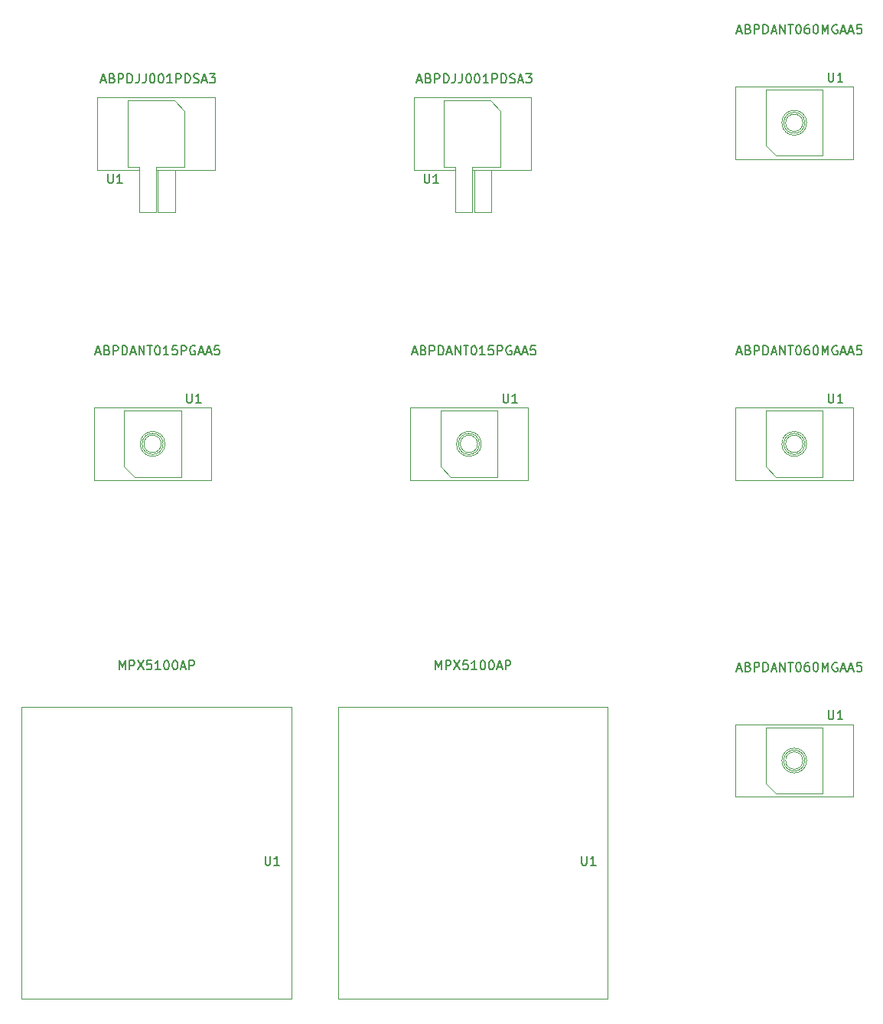
<source format=gbr>
G04 #@! TF.GenerationSoftware,KiCad,Pcbnew,5.1.5-52549c5~86~ubuntu16.04.1*
G04 #@! TF.CreationDate,2020-08-05T12:56:56-05:00*
G04 #@! TF.ProjectId,pressure_sensors,70726573-7375-4726-955f-73656e736f72,rev?*
G04 #@! TF.SameCoordinates,Original*
G04 #@! TF.FileFunction,Legend,Top*
G04 #@! TF.FilePolarity,Positive*
%FSLAX46Y46*%
G04 Gerber Fmt 4.6, Leading zero omitted, Abs format (unit mm)*
G04 Created by KiCad (PCBNEW 5.1.5-52549c5~86~ubuntu16.04.1) date 2020-08-05 12:56:56*
%MOMM*%
%LPD*%
G04 APERTURE LIST*
%ADD10C,0.150000*%
%ADD11C,0.120000*%
G04 APERTURE END LIST*
D10*
X183320476Y-50256666D02*
X183796666Y-50256666D01*
X183225238Y-50542380D02*
X183558571Y-49542380D01*
X183891904Y-50542380D01*
X184558571Y-50018571D02*
X184701428Y-50066190D01*
X184749047Y-50113809D01*
X184796666Y-50209047D01*
X184796666Y-50351904D01*
X184749047Y-50447142D01*
X184701428Y-50494761D01*
X184606190Y-50542380D01*
X184225238Y-50542380D01*
X184225238Y-49542380D01*
X184558571Y-49542380D01*
X184653809Y-49590000D01*
X184701428Y-49637619D01*
X184749047Y-49732857D01*
X184749047Y-49828095D01*
X184701428Y-49923333D01*
X184653809Y-49970952D01*
X184558571Y-50018571D01*
X184225238Y-50018571D01*
X185225238Y-50542380D02*
X185225238Y-49542380D01*
X185606190Y-49542380D01*
X185701428Y-49590000D01*
X185749047Y-49637619D01*
X185796666Y-49732857D01*
X185796666Y-49875714D01*
X185749047Y-49970952D01*
X185701428Y-50018571D01*
X185606190Y-50066190D01*
X185225238Y-50066190D01*
X186225238Y-50542380D02*
X186225238Y-49542380D01*
X186463333Y-49542380D01*
X186606190Y-49590000D01*
X186701428Y-49685238D01*
X186749047Y-49780476D01*
X186796666Y-49970952D01*
X186796666Y-50113809D01*
X186749047Y-50304285D01*
X186701428Y-50399523D01*
X186606190Y-50494761D01*
X186463333Y-50542380D01*
X186225238Y-50542380D01*
X187510952Y-49542380D02*
X187510952Y-50256666D01*
X187463333Y-50399523D01*
X187368095Y-50494761D01*
X187225238Y-50542380D01*
X187130000Y-50542380D01*
X188272857Y-49542380D02*
X188272857Y-50256666D01*
X188225238Y-50399523D01*
X188130000Y-50494761D01*
X187987142Y-50542380D01*
X187891904Y-50542380D01*
X188939523Y-49542380D02*
X189034761Y-49542380D01*
X189130000Y-49590000D01*
X189177619Y-49637619D01*
X189225238Y-49732857D01*
X189272857Y-49923333D01*
X189272857Y-50161428D01*
X189225238Y-50351904D01*
X189177619Y-50447142D01*
X189130000Y-50494761D01*
X189034761Y-50542380D01*
X188939523Y-50542380D01*
X188844285Y-50494761D01*
X188796666Y-50447142D01*
X188749047Y-50351904D01*
X188701428Y-50161428D01*
X188701428Y-49923333D01*
X188749047Y-49732857D01*
X188796666Y-49637619D01*
X188844285Y-49590000D01*
X188939523Y-49542380D01*
X189891904Y-49542380D02*
X189987142Y-49542380D01*
X190082380Y-49590000D01*
X190130000Y-49637619D01*
X190177619Y-49732857D01*
X190225238Y-49923333D01*
X190225238Y-50161428D01*
X190177619Y-50351904D01*
X190130000Y-50447142D01*
X190082380Y-50494761D01*
X189987142Y-50542380D01*
X189891904Y-50542380D01*
X189796666Y-50494761D01*
X189749047Y-50447142D01*
X189701428Y-50351904D01*
X189653809Y-50161428D01*
X189653809Y-49923333D01*
X189701428Y-49732857D01*
X189749047Y-49637619D01*
X189796666Y-49590000D01*
X189891904Y-49542380D01*
X191177619Y-50542380D02*
X190606190Y-50542380D01*
X190891904Y-50542380D02*
X190891904Y-49542380D01*
X190796666Y-49685238D01*
X190701428Y-49780476D01*
X190606190Y-49828095D01*
X191606190Y-50542380D02*
X191606190Y-49542380D01*
X191987142Y-49542380D01*
X192082380Y-49590000D01*
X192130000Y-49637619D01*
X192177619Y-49732857D01*
X192177619Y-49875714D01*
X192130000Y-49970952D01*
X192082380Y-50018571D01*
X191987142Y-50066190D01*
X191606190Y-50066190D01*
X192606190Y-50542380D02*
X192606190Y-49542380D01*
X192844285Y-49542380D01*
X192987142Y-49590000D01*
X193082380Y-49685238D01*
X193130000Y-49780476D01*
X193177619Y-49970952D01*
X193177619Y-50113809D01*
X193130000Y-50304285D01*
X193082380Y-50399523D01*
X192987142Y-50494761D01*
X192844285Y-50542380D01*
X192606190Y-50542380D01*
X193558571Y-50494761D02*
X193701428Y-50542380D01*
X193939523Y-50542380D01*
X194034761Y-50494761D01*
X194082380Y-50447142D01*
X194130000Y-50351904D01*
X194130000Y-50256666D01*
X194082380Y-50161428D01*
X194034761Y-50113809D01*
X193939523Y-50066190D01*
X193749047Y-50018571D01*
X193653809Y-49970952D01*
X193606190Y-49923333D01*
X193558571Y-49828095D01*
X193558571Y-49732857D01*
X193606190Y-49637619D01*
X193653809Y-49590000D01*
X193749047Y-49542380D01*
X193987142Y-49542380D01*
X194130000Y-49590000D01*
X194510952Y-50256666D02*
X194987142Y-50256666D01*
X194415714Y-50542380D02*
X194749047Y-49542380D01*
X195082380Y-50542380D01*
X195320476Y-49542380D02*
X195939523Y-49542380D01*
X195606190Y-49923333D01*
X195749047Y-49923333D01*
X195844285Y-49970952D01*
X195891904Y-50018571D01*
X195939523Y-50113809D01*
X195939523Y-50351904D01*
X195891904Y-50447142D01*
X195844285Y-50494761D01*
X195749047Y-50542380D01*
X195463333Y-50542380D01*
X195368095Y-50494761D01*
X195320476Y-50447142D01*
X182756666Y-80316666D02*
X183232857Y-80316666D01*
X182661428Y-80602380D02*
X182994761Y-79602380D01*
X183328095Y-80602380D01*
X183994761Y-80078571D02*
X184137619Y-80126190D01*
X184185238Y-80173809D01*
X184232857Y-80269047D01*
X184232857Y-80411904D01*
X184185238Y-80507142D01*
X184137619Y-80554761D01*
X184042380Y-80602380D01*
X183661428Y-80602380D01*
X183661428Y-79602380D01*
X183994761Y-79602380D01*
X184090000Y-79650000D01*
X184137619Y-79697619D01*
X184185238Y-79792857D01*
X184185238Y-79888095D01*
X184137619Y-79983333D01*
X184090000Y-80030952D01*
X183994761Y-80078571D01*
X183661428Y-80078571D01*
X184661428Y-80602380D02*
X184661428Y-79602380D01*
X185042380Y-79602380D01*
X185137619Y-79650000D01*
X185185238Y-79697619D01*
X185232857Y-79792857D01*
X185232857Y-79935714D01*
X185185238Y-80030952D01*
X185137619Y-80078571D01*
X185042380Y-80126190D01*
X184661428Y-80126190D01*
X185661428Y-80602380D02*
X185661428Y-79602380D01*
X185899523Y-79602380D01*
X186042380Y-79650000D01*
X186137619Y-79745238D01*
X186185238Y-79840476D01*
X186232857Y-80030952D01*
X186232857Y-80173809D01*
X186185238Y-80364285D01*
X186137619Y-80459523D01*
X186042380Y-80554761D01*
X185899523Y-80602380D01*
X185661428Y-80602380D01*
X186613809Y-80316666D02*
X187090000Y-80316666D01*
X186518571Y-80602380D02*
X186851904Y-79602380D01*
X187185238Y-80602380D01*
X187518571Y-80602380D02*
X187518571Y-79602380D01*
X188090000Y-80602380D01*
X188090000Y-79602380D01*
X188423333Y-79602380D02*
X188994761Y-79602380D01*
X188709047Y-80602380D02*
X188709047Y-79602380D01*
X189518571Y-79602380D02*
X189613809Y-79602380D01*
X189709047Y-79650000D01*
X189756666Y-79697619D01*
X189804285Y-79792857D01*
X189851904Y-79983333D01*
X189851904Y-80221428D01*
X189804285Y-80411904D01*
X189756666Y-80507142D01*
X189709047Y-80554761D01*
X189613809Y-80602380D01*
X189518571Y-80602380D01*
X189423333Y-80554761D01*
X189375714Y-80507142D01*
X189328095Y-80411904D01*
X189280476Y-80221428D01*
X189280476Y-79983333D01*
X189328095Y-79792857D01*
X189375714Y-79697619D01*
X189423333Y-79650000D01*
X189518571Y-79602380D01*
X190804285Y-80602380D02*
X190232857Y-80602380D01*
X190518571Y-80602380D02*
X190518571Y-79602380D01*
X190423333Y-79745238D01*
X190328095Y-79840476D01*
X190232857Y-79888095D01*
X191709047Y-79602380D02*
X191232857Y-79602380D01*
X191185238Y-80078571D01*
X191232857Y-80030952D01*
X191328095Y-79983333D01*
X191566190Y-79983333D01*
X191661428Y-80030952D01*
X191709047Y-80078571D01*
X191756666Y-80173809D01*
X191756666Y-80411904D01*
X191709047Y-80507142D01*
X191661428Y-80554761D01*
X191566190Y-80602380D01*
X191328095Y-80602380D01*
X191232857Y-80554761D01*
X191185238Y-80507142D01*
X192185238Y-80602380D02*
X192185238Y-79602380D01*
X192566190Y-79602380D01*
X192661428Y-79650000D01*
X192709047Y-79697619D01*
X192756666Y-79792857D01*
X192756666Y-79935714D01*
X192709047Y-80030952D01*
X192661428Y-80078571D01*
X192566190Y-80126190D01*
X192185238Y-80126190D01*
X193709047Y-79650000D02*
X193613809Y-79602380D01*
X193470952Y-79602380D01*
X193328095Y-79650000D01*
X193232857Y-79745238D01*
X193185238Y-79840476D01*
X193137619Y-80030952D01*
X193137619Y-80173809D01*
X193185238Y-80364285D01*
X193232857Y-80459523D01*
X193328095Y-80554761D01*
X193470952Y-80602380D01*
X193566190Y-80602380D01*
X193709047Y-80554761D01*
X193756666Y-80507142D01*
X193756666Y-80173809D01*
X193566190Y-80173809D01*
X194137619Y-80316666D02*
X194613809Y-80316666D01*
X194042380Y-80602380D02*
X194375714Y-79602380D01*
X194709047Y-80602380D01*
X194994761Y-80316666D02*
X195470952Y-80316666D01*
X194899523Y-80602380D02*
X195232857Y-79602380D01*
X195566190Y-80602380D01*
X196375714Y-79602380D02*
X195899523Y-79602380D01*
X195851904Y-80078571D01*
X195899523Y-80030952D01*
X195994761Y-79983333D01*
X196232857Y-79983333D01*
X196328095Y-80030952D01*
X196375714Y-80078571D01*
X196423333Y-80173809D01*
X196423333Y-80411904D01*
X196375714Y-80507142D01*
X196328095Y-80554761D01*
X196232857Y-80602380D01*
X195994761Y-80602380D01*
X195899523Y-80554761D01*
X195851904Y-80507142D01*
X218685238Y-44816666D02*
X219161428Y-44816666D01*
X218590000Y-45102380D02*
X218923333Y-44102380D01*
X219256666Y-45102380D01*
X219923333Y-44578571D02*
X220066190Y-44626190D01*
X220113809Y-44673809D01*
X220161428Y-44769047D01*
X220161428Y-44911904D01*
X220113809Y-45007142D01*
X220066190Y-45054761D01*
X219970952Y-45102380D01*
X219590000Y-45102380D01*
X219590000Y-44102380D01*
X219923333Y-44102380D01*
X220018571Y-44150000D01*
X220066190Y-44197619D01*
X220113809Y-44292857D01*
X220113809Y-44388095D01*
X220066190Y-44483333D01*
X220018571Y-44530952D01*
X219923333Y-44578571D01*
X219590000Y-44578571D01*
X220590000Y-45102380D02*
X220590000Y-44102380D01*
X220970952Y-44102380D01*
X221066190Y-44150000D01*
X221113809Y-44197619D01*
X221161428Y-44292857D01*
X221161428Y-44435714D01*
X221113809Y-44530952D01*
X221066190Y-44578571D01*
X220970952Y-44626190D01*
X220590000Y-44626190D01*
X221590000Y-45102380D02*
X221590000Y-44102380D01*
X221828095Y-44102380D01*
X221970952Y-44150000D01*
X222066190Y-44245238D01*
X222113809Y-44340476D01*
X222161428Y-44530952D01*
X222161428Y-44673809D01*
X222113809Y-44864285D01*
X222066190Y-44959523D01*
X221970952Y-45054761D01*
X221828095Y-45102380D01*
X221590000Y-45102380D01*
X222542380Y-44816666D02*
X223018571Y-44816666D01*
X222447142Y-45102380D02*
X222780476Y-44102380D01*
X223113809Y-45102380D01*
X223447142Y-45102380D02*
X223447142Y-44102380D01*
X224018571Y-45102380D01*
X224018571Y-44102380D01*
X224351904Y-44102380D02*
X224923333Y-44102380D01*
X224637619Y-45102380D02*
X224637619Y-44102380D01*
X225447142Y-44102380D02*
X225542380Y-44102380D01*
X225637619Y-44150000D01*
X225685238Y-44197619D01*
X225732857Y-44292857D01*
X225780476Y-44483333D01*
X225780476Y-44721428D01*
X225732857Y-44911904D01*
X225685238Y-45007142D01*
X225637619Y-45054761D01*
X225542380Y-45102380D01*
X225447142Y-45102380D01*
X225351904Y-45054761D01*
X225304285Y-45007142D01*
X225256666Y-44911904D01*
X225209047Y-44721428D01*
X225209047Y-44483333D01*
X225256666Y-44292857D01*
X225304285Y-44197619D01*
X225351904Y-44150000D01*
X225447142Y-44102380D01*
X226637619Y-44102380D02*
X226447142Y-44102380D01*
X226351904Y-44150000D01*
X226304285Y-44197619D01*
X226209047Y-44340476D01*
X226161428Y-44530952D01*
X226161428Y-44911904D01*
X226209047Y-45007142D01*
X226256666Y-45054761D01*
X226351904Y-45102380D01*
X226542380Y-45102380D01*
X226637619Y-45054761D01*
X226685238Y-45007142D01*
X226732857Y-44911904D01*
X226732857Y-44673809D01*
X226685238Y-44578571D01*
X226637619Y-44530952D01*
X226542380Y-44483333D01*
X226351904Y-44483333D01*
X226256666Y-44530952D01*
X226209047Y-44578571D01*
X226161428Y-44673809D01*
X227351904Y-44102380D02*
X227447142Y-44102380D01*
X227542380Y-44150000D01*
X227590000Y-44197619D01*
X227637619Y-44292857D01*
X227685238Y-44483333D01*
X227685238Y-44721428D01*
X227637619Y-44911904D01*
X227590000Y-45007142D01*
X227542380Y-45054761D01*
X227447142Y-45102380D01*
X227351904Y-45102380D01*
X227256666Y-45054761D01*
X227209047Y-45007142D01*
X227161428Y-44911904D01*
X227113809Y-44721428D01*
X227113809Y-44483333D01*
X227161428Y-44292857D01*
X227209047Y-44197619D01*
X227256666Y-44150000D01*
X227351904Y-44102380D01*
X228113809Y-45102380D02*
X228113809Y-44102380D01*
X228447142Y-44816666D01*
X228780476Y-44102380D01*
X228780476Y-45102380D01*
X229780476Y-44150000D02*
X229685238Y-44102380D01*
X229542380Y-44102380D01*
X229399523Y-44150000D01*
X229304285Y-44245238D01*
X229256666Y-44340476D01*
X229209047Y-44530952D01*
X229209047Y-44673809D01*
X229256666Y-44864285D01*
X229304285Y-44959523D01*
X229399523Y-45054761D01*
X229542380Y-45102380D01*
X229637619Y-45102380D01*
X229780476Y-45054761D01*
X229828095Y-45007142D01*
X229828095Y-44673809D01*
X229637619Y-44673809D01*
X230209047Y-44816666D02*
X230685238Y-44816666D01*
X230113809Y-45102380D02*
X230447142Y-44102380D01*
X230780476Y-45102380D01*
X231066190Y-44816666D02*
X231542380Y-44816666D01*
X230970952Y-45102380D02*
X231304285Y-44102380D01*
X231637619Y-45102380D01*
X232447142Y-44102380D02*
X231970952Y-44102380D01*
X231923333Y-44578571D01*
X231970952Y-44530952D01*
X232066190Y-44483333D01*
X232304285Y-44483333D01*
X232399523Y-44530952D01*
X232447142Y-44578571D01*
X232494761Y-44673809D01*
X232494761Y-44911904D01*
X232447142Y-45007142D01*
X232399523Y-45054761D01*
X232304285Y-45102380D01*
X232066190Y-45102380D01*
X231970952Y-45054761D01*
X231923333Y-45007142D01*
X218685238Y-80316666D02*
X219161428Y-80316666D01*
X218590000Y-80602380D02*
X218923333Y-79602380D01*
X219256666Y-80602380D01*
X219923333Y-80078571D02*
X220066190Y-80126190D01*
X220113809Y-80173809D01*
X220161428Y-80269047D01*
X220161428Y-80411904D01*
X220113809Y-80507142D01*
X220066190Y-80554761D01*
X219970952Y-80602380D01*
X219590000Y-80602380D01*
X219590000Y-79602380D01*
X219923333Y-79602380D01*
X220018571Y-79650000D01*
X220066190Y-79697619D01*
X220113809Y-79792857D01*
X220113809Y-79888095D01*
X220066190Y-79983333D01*
X220018571Y-80030952D01*
X219923333Y-80078571D01*
X219590000Y-80078571D01*
X220590000Y-80602380D02*
X220590000Y-79602380D01*
X220970952Y-79602380D01*
X221066190Y-79650000D01*
X221113809Y-79697619D01*
X221161428Y-79792857D01*
X221161428Y-79935714D01*
X221113809Y-80030952D01*
X221066190Y-80078571D01*
X220970952Y-80126190D01*
X220590000Y-80126190D01*
X221590000Y-80602380D02*
X221590000Y-79602380D01*
X221828095Y-79602380D01*
X221970952Y-79650000D01*
X222066190Y-79745238D01*
X222113809Y-79840476D01*
X222161428Y-80030952D01*
X222161428Y-80173809D01*
X222113809Y-80364285D01*
X222066190Y-80459523D01*
X221970952Y-80554761D01*
X221828095Y-80602380D01*
X221590000Y-80602380D01*
X222542380Y-80316666D02*
X223018571Y-80316666D01*
X222447142Y-80602380D02*
X222780476Y-79602380D01*
X223113809Y-80602380D01*
X223447142Y-80602380D02*
X223447142Y-79602380D01*
X224018571Y-80602380D01*
X224018571Y-79602380D01*
X224351904Y-79602380D02*
X224923333Y-79602380D01*
X224637619Y-80602380D02*
X224637619Y-79602380D01*
X225447142Y-79602380D02*
X225542380Y-79602380D01*
X225637619Y-79650000D01*
X225685238Y-79697619D01*
X225732857Y-79792857D01*
X225780476Y-79983333D01*
X225780476Y-80221428D01*
X225732857Y-80411904D01*
X225685238Y-80507142D01*
X225637619Y-80554761D01*
X225542380Y-80602380D01*
X225447142Y-80602380D01*
X225351904Y-80554761D01*
X225304285Y-80507142D01*
X225256666Y-80411904D01*
X225209047Y-80221428D01*
X225209047Y-79983333D01*
X225256666Y-79792857D01*
X225304285Y-79697619D01*
X225351904Y-79650000D01*
X225447142Y-79602380D01*
X226637619Y-79602380D02*
X226447142Y-79602380D01*
X226351904Y-79650000D01*
X226304285Y-79697619D01*
X226209047Y-79840476D01*
X226161428Y-80030952D01*
X226161428Y-80411904D01*
X226209047Y-80507142D01*
X226256666Y-80554761D01*
X226351904Y-80602380D01*
X226542380Y-80602380D01*
X226637619Y-80554761D01*
X226685238Y-80507142D01*
X226732857Y-80411904D01*
X226732857Y-80173809D01*
X226685238Y-80078571D01*
X226637619Y-80030952D01*
X226542380Y-79983333D01*
X226351904Y-79983333D01*
X226256666Y-80030952D01*
X226209047Y-80078571D01*
X226161428Y-80173809D01*
X227351904Y-79602380D02*
X227447142Y-79602380D01*
X227542380Y-79650000D01*
X227590000Y-79697619D01*
X227637619Y-79792857D01*
X227685238Y-79983333D01*
X227685238Y-80221428D01*
X227637619Y-80411904D01*
X227590000Y-80507142D01*
X227542380Y-80554761D01*
X227447142Y-80602380D01*
X227351904Y-80602380D01*
X227256666Y-80554761D01*
X227209047Y-80507142D01*
X227161428Y-80411904D01*
X227113809Y-80221428D01*
X227113809Y-79983333D01*
X227161428Y-79792857D01*
X227209047Y-79697619D01*
X227256666Y-79650000D01*
X227351904Y-79602380D01*
X228113809Y-80602380D02*
X228113809Y-79602380D01*
X228447142Y-80316666D01*
X228780476Y-79602380D01*
X228780476Y-80602380D01*
X229780476Y-79650000D02*
X229685238Y-79602380D01*
X229542380Y-79602380D01*
X229399523Y-79650000D01*
X229304285Y-79745238D01*
X229256666Y-79840476D01*
X229209047Y-80030952D01*
X229209047Y-80173809D01*
X229256666Y-80364285D01*
X229304285Y-80459523D01*
X229399523Y-80554761D01*
X229542380Y-80602380D01*
X229637619Y-80602380D01*
X229780476Y-80554761D01*
X229828095Y-80507142D01*
X229828095Y-80173809D01*
X229637619Y-80173809D01*
X230209047Y-80316666D02*
X230685238Y-80316666D01*
X230113809Y-80602380D02*
X230447142Y-79602380D01*
X230780476Y-80602380D01*
X231066190Y-80316666D02*
X231542380Y-80316666D01*
X230970952Y-80602380D02*
X231304285Y-79602380D01*
X231637619Y-80602380D01*
X232447142Y-79602380D02*
X231970952Y-79602380D01*
X231923333Y-80078571D01*
X231970952Y-80030952D01*
X232066190Y-79983333D01*
X232304285Y-79983333D01*
X232399523Y-80030952D01*
X232447142Y-80078571D01*
X232494761Y-80173809D01*
X232494761Y-80411904D01*
X232447142Y-80507142D01*
X232399523Y-80554761D01*
X232304285Y-80602380D01*
X232066190Y-80602380D01*
X231970952Y-80554761D01*
X231923333Y-80507142D01*
X185317142Y-115392380D02*
X185317142Y-114392380D01*
X185650476Y-115106666D01*
X185983809Y-114392380D01*
X185983809Y-115392380D01*
X186460000Y-115392380D02*
X186460000Y-114392380D01*
X186840952Y-114392380D01*
X186936190Y-114440000D01*
X186983809Y-114487619D01*
X187031428Y-114582857D01*
X187031428Y-114725714D01*
X186983809Y-114820952D01*
X186936190Y-114868571D01*
X186840952Y-114916190D01*
X186460000Y-114916190D01*
X187364761Y-114392380D02*
X188031428Y-115392380D01*
X188031428Y-114392380D02*
X187364761Y-115392380D01*
X188888571Y-114392380D02*
X188412380Y-114392380D01*
X188364761Y-114868571D01*
X188412380Y-114820952D01*
X188507619Y-114773333D01*
X188745714Y-114773333D01*
X188840952Y-114820952D01*
X188888571Y-114868571D01*
X188936190Y-114963809D01*
X188936190Y-115201904D01*
X188888571Y-115297142D01*
X188840952Y-115344761D01*
X188745714Y-115392380D01*
X188507619Y-115392380D01*
X188412380Y-115344761D01*
X188364761Y-115297142D01*
X189888571Y-115392380D02*
X189317142Y-115392380D01*
X189602857Y-115392380D02*
X189602857Y-114392380D01*
X189507619Y-114535238D01*
X189412380Y-114630476D01*
X189317142Y-114678095D01*
X190507619Y-114392380D02*
X190602857Y-114392380D01*
X190698095Y-114440000D01*
X190745714Y-114487619D01*
X190793333Y-114582857D01*
X190840952Y-114773333D01*
X190840952Y-115011428D01*
X190793333Y-115201904D01*
X190745714Y-115297142D01*
X190698095Y-115344761D01*
X190602857Y-115392380D01*
X190507619Y-115392380D01*
X190412380Y-115344761D01*
X190364761Y-115297142D01*
X190317142Y-115201904D01*
X190269523Y-115011428D01*
X190269523Y-114773333D01*
X190317142Y-114582857D01*
X190364761Y-114487619D01*
X190412380Y-114440000D01*
X190507619Y-114392380D01*
X191460000Y-114392380D02*
X191555238Y-114392380D01*
X191650476Y-114440000D01*
X191698095Y-114487619D01*
X191745714Y-114582857D01*
X191793333Y-114773333D01*
X191793333Y-115011428D01*
X191745714Y-115201904D01*
X191698095Y-115297142D01*
X191650476Y-115344761D01*
X191555238Y-115392380D01*
X191460000Y-115392380D01*
X191364761Y-115344761D01*
X191317142Y-115297142D01*
X191269523Y-115201904D01*
X191221904Y-115011428D01*
X191221904Y-114773333D01*
X191269523Y-114582857D01*
X191317142Y-114487619D01*
X191364761Y-114440000D01*
X191460000Y-114392380D01*
X192174285Y-115106666D02*
X192650476Y-115106666D01*
X192079047Y-115392380D02*
X192412380Y-114392380D01*
X192745714Y-115392380D01*
X193079047Y-115392380D02*
X193079047Y-114392380D01*
X193460000Y-114392380D01*
X193555238Y-114440000D01*
X193602857Y-114487619D01*
X193650476Y-114582857D01*
X193650476Y-114725714D01*
X193602857Y-114820952D01*
X193555238Y-114868571D01*
X193460000Y-114916190D01*
X193079047Y-114916190D01*
X150317142Y-115392380D02*
X150317142Y-114392380D01*
X150650476Y-115106666D01*
X150983809Y-114392380D01*
X150983809Y-115392380D01*
X151460000Y-115392380D02*
X151460000Y-114392380D01*
X151840952Y-114392380D01*
X151936190Y-114440000D01*
X151983809Y-114487619D01*
X152031428Y-114582857D01*
X152031428Y-114725714D01*
X151983809Y-114820952D01*
X151936190Y-114868571D01*
X151840952Y-114916190D01*
X151460000Y-114916190D01*
X152364761Y-114392380D02*
X153031428Y-115392380D01*
X153031428Y-114392380D02*
X152364761Y-115392380D01*
X153888571Y-114392380D02*
X153412380Y-114392380D01*
X153364761Y-114868571D01*
X153412380Y-114820952D01*
X153507619Y-114773333D01*
X153745714Y-114773333D01*
X153840952Y-114820952D01*
X153888571Y-114868571D01*
X153936190Y-114963809D01*
X153936190Y-115201904D01*
X153888571Y-115297142D01*
X153840952Y-115344761D01*
X153745714Y-115392380D01*
X153507619Y-115392380D01*
X153412380Y-115344761D01*
X153364761Y-115297142D01*
X154888571Y-115392380D02*
X154317142Y-115392380D01*
X154602857Y-115392380D02*
X154602857Y-114392380D01*
X154507619Y-114535238D01*
X154412380Y-114630476D01*
X154317142Y-114678095D01*
X155507619Y-114392380D02*
X155602857Y-114392380D01*
X155698095Y-114440000D01*
X155745714Y-114487619D01*
X155793333Y-114582857D01*
X155840952Y-114773333D01*
X155840952Y-115011428D01*
X155793333Y-115201904D01*
X155745714Y-115297142D01*
X155698095Y-115344761D01*
X155602857Y-115392380D01*
X155507619Y-115392380D01*
X155412380Y-115344761D01*
X155364761Y-115297142D01*
X155317142Y-115201904D01*
X155269523Y-115011428D01*
X155269523Y-114773333D01*
X155317142Y-114582857D01*
X155364761Y-114487619D01*
X155412380Y-114440000D01*
X155507619Y-114392380D01*
X156460000Y-114392380D02*
X156555238Y-114392380D01*
X156650476Y-114440000D01*
X156698095Y-114487619D01*
X156745714Y-114582857D01*
X156793333Y-114773333D01*
X156793333Y-115011428D01*
X156745714Y-115201904D01*
X156698095Y-115297142D01*
X156650476Y-115344761D01*
X156555238Y-115392380D01*
X156460000Y-115392380D01*
X156364761Y-115344761D01*
X156317142Y-115297142D01*
X156269523Y-115201904D01*
X156221904Y-115011428D01*
X156221904Y-114773333D01*
X156269523Y-114582857D01*
X156317142Y-114487619D01*
X156364761Y-114440000D01*
X156460000Y-114392380D01*
X157174285Y-115106666D02*
X157650476Y-115106666D01*
X157079047Y-115392380D02*
X157412380Y-114392380D01*
X157745714Y-115392380D01*
X158079047Y-115392380D02*
X158079047Y-114392380D01*
X158460000Y-114392380D01*
X158555238Y-114440000D01*
X158602857Y-114487619D01*
X158650476Y-114582857D01*
X158650476Y-114725714D01*
X158602857Y-114820952D01*
X158555238Y-114868571D01*
X158460000Y-114916190D01*
X158079047Y-114916190D01*
X148320476Y-50256666D02*
X148796666Y-50256666D01*
X148225238Y-50542380D02*
X148558571Y-49542380D01*
X148891904Y-50542380D01*
X149558571Y-50018571D02*
X149701428Y-50066190D01*
X149749047Y-50113809D01*
X149796666Y-50209047D01*
X149796666Y-50351904D01*
X149749047Y-50447142D01*
X149701428Y-50494761D01*
X149606190Y-50542380D01*
X149225238Y-50542380D01*
X149225238Y-49542380D01*
X149558571Y-49542380D01*
X149653809Y-49590000D01*
X149701428Y-49637619D01*
X149749047Y-49732857D01*
X149749047Y-49828095D01*
X149701428Y-49923333D01*
X149653809Y-49970952D01*
X149558571Y-50018571D01*
X149225238Y-50018571D01*
X150225238Y-50542380D02*
X150225238Y-49542380D01*
X150606190Y-49542380D01*
X150701428Y-49590000D01*
X150749047Y-49637619D01*
X150796666Y-49732857D01*
X150796666Y-49875714D01*
X150749047Y-49970952D01*
X150701428Y-50018571D01*
X150606190Y-50066190D01*
X150225238Y-50066190D01*
X151225238Y-50542380D02*
X151225238Y-49542380D01*
X151463333Y-49542380D01*
X151606190Y-49590000D01*
X151701428Y-49685238D01*
X151749047Y-49780476D01*
X151796666Y-49970952D01*
X151796666Y-50113809D01*
X151749047Y-50304285D01*
X151701428Y-50399523D01*
X151606190Y-50494761D01*
X151463333Y-50542380D01*
X151225238Y-50542380D01*
X152510952Y-49542380D02*
X152510952Y-50256666D01*
X152463333Y-50399523D01*
X152368095Y-50494761D01*
X152225238Y-50542380D01*
X152130000Y-50542380D01*
X153272857Y-49542380D02*
X153272857Y-50256666D01*
X153225238Y-50399523D01*
X153130000Y-50494761D01*
X152987142Y-50542380D01*
X152891904Y-50542380D01*
X153939523Y-49542380D02*
X154034761Y-49542380D01*
X154130000Y-49590000D01*
X154177619Y-49637619D01*
X154225238Y-49732857D01*
X154272857Y-49923333D01*
X154272857Y-50161428D01*
X154225238Y-50351904D01*
X154177619Y-50447142D01*
X154130000Y-50494761D01*
X154034761Y-50542380D01*
X153939523Y-50542380D01*
X153844285Y-50494761D01*
X153796666Y-50447142D01*
X153749047Y-50351904D01*
X153701428Y-50161428D01*
X153701428Y-49923333D01*
X153749047Y-49732857D01*
X153796666Y-49637619D01*
X153844285Y-49590000D01*
X153939523Y-49542380D01*
X154891904Y-49542380D02*
X154987142Y-49542380D01*
X155082380Y-49590000D01*
X155130000Y-49637619D01*
X155177619Y-49732857D01*
X155225238Y-49923333D01*
X155225238Y-50161428D01*
X155177619Y-50351904D01*
X155130000Y-50447142D01*
X155082380Y-50494761D01*
X154987142Y-50542380D01*
X154891904Y-50542380D01*
X154796666Y-50494761D01*
X154749047Y-50447142D01*
X154701428Y-50351904D01*
X154653809Y-50161428D01*
X154653809Y-49923333D01*
X154701428Y-49732857D01*
X154749047Y-49637619D01*
X154796666Y-49590000D01*
X154891904Y-49542380D01*
X156177619Y-50542380D02*
X155606190Y-50542380D01*
X155891904Y-50542380D02*
X155891904Y-49542380D01*
X155796666Y-49685238D01*
X155701428Y-49780476D01*
X155606190Y-49828095D01*
X156606190Y-50542380D02*
X156606190Y-49542380D01*
X156987142Y-49542380D01*
X157082380Y-49590000D01*
X157130000Y-49637619D01*
X157177619Y-49732857D01*
X157177619Y-49875714D01*
X157130000Y-49970952D01*
X157082380Y-50018571D01*
X156987142Y-50066190D01*
X156606190Y-50066190D01*
X157606190Y-50542380D02*
X157606190Y-49542380D01*
X157844285Y-49542380D01*
X157987142Y-49590000D01*
X158082380Y-49685238D01*
X158130000Y-49780476D01*
X158177619Y-49970952D01*
X158177619Y-50113809D01*
X158130000Y-50304285D01*
X158082380Y-50399523D01*
X157987142Y-50494761D01*
X157844285Y-50542380D01*
X157606190Y-50542380D01*
X158558571Y-50494761D02*
X158701428Y-50542380D01*
X158939523Y-50542380D01*
X159034761Y-50494761D01*
X159082380Y-50447142D01*
X159130000Y-50351904D01*
X159130000Y-50256666D01*
X159082380Y-50161428D01*
X159034761Y-50113809D01*
X158939523Y-50066190D01*
X158749047Y-50018571D01*
X158653809Y-49970952D01*
X158606190Y-49923333D01*
X158558571Y-49828095D01*
X158558571Y-49732857D01*
X158606190Y-49637619D01*
X158653809Y-49590000D01*
X158749047Y-49542380D01*
X158987142Y-49542380D01*
X159130000Y-49590000D01*
X159510952Y-50256666D02*
X159987142Y-50256666D01*
X159415714Y-50542380D02*
X159749047Y-49542380D01*
X160082380Y-50542380D01*
X160320476Y-49542380D02*
X160939523Y-49542380D01*
X160606190Y-49923333D01*
X160749047Y-49923333D01*
X160844285Y-49970952D01*
X160891904Y-50018571D01*
X160939523Y-50113809D01*
X160939523Y-50351904D01*
X160891904Y-50447142D01*
X160844285Y-50494761D01*
X160749047Y-50542380D01*
X160463333Y-50542380D01*
X160368095Y-50494761D01*
X160320476Y-50447142D01*
X147756666Y-80316666D02*
X148232857Y-80316666D01*
X147661428Y-80602380D02*
X147994761Y-79602380D01*
X148328095Y-80602380D01*
X148994761Y-80078571D02*
X149137619Y-80126190D01*
X149185238Y-80173809D01*
X149232857Y-80269047D01*
X149232857Y-80411904D01*
X149185238Y-80507142D01*
X149137619Y-80554761D01*
X149042380Y-80602380D01*
X148661428Y-80602380D01*
X148661428Y-79602380D01*
X148994761Y-79602380D01*
X149090000Y-79650000D01*
X149137619Y-79697619D01*
X149185238Y-79792857D01*
X149185238Y-79888095D01*
X149137619Y-79983333D01*
X149090000Y-80030952D01*
X148994761Y-80078571D01*
X148661428Y-80078571D01*
X149661428Y-80602380D02*
X149661428Y-79602380D01*
X150042380Y-79602380D01*
X150137619Y-79650000D01*
X150185238Y-79697619D01*
X150232857Y-79792857D01*
X150232857Y-79935714D01*
X150185238Y-80030952D01*
X150137619Y-80078571D01*
X150042380Y-80126190D01*
X149661428Y-80126190D01*
X150661428Y-80602380D02*
X150661428Y-79602380D01*
X150899523Y-79602380D01*
X151042380Y-79650000D01*
X151137619Y-79745238D01*
X151185238Y-79840476D01*
X151232857Y-80030952D01*
X151232857Y-80173809D01*
X151185238Y-80364285D01*
X151137619Y-80459523D01*
X151042380Y-80554761D01*
X150899523Y-80602380D01*
X150661428Y-80602380D01*
X151613809Y-80316666D02*
X152090000Y-80316666D01*
X151518571Y-80602380D02*
X151851904Y-79602380D01*
X152185238Y-80602380D01*
X152518571Y-80602380D02*
X152518571Y-79602380D01*
X153090000Y-80602380D01*
X153090000Y-79602380D01*
X153423333Y-79602380D02*
X153994761Y-79602380D01*
X153709047Y-80602380D02*
X153709047Y-79602380D01*
X154518571Y-79602380D02*
X154613809Y-79602380D01*
X154709047Y-79650000D01*
X154756666Y-79697619D01*
X154804285Y-79792857D01*
X154851904Y-79983333D01*
X154851904Y-80221428D01*
X154804285Y-80411904D01*
X154756666Y-80507142D01*
X154709047Y-80554761D01*
X154613809Y-80602380D01*
X154518571Y-80602380D01*
X154423333Y-80554761D01*
X154375714Y-80507142D01*
X154328095Y-80411904D01*
X154280476Y-80221428D01*
X154280476Y-79983333D01*
X154328095Y-79792857D01*
X154375714Y-79697619D01*
X154423333Y-79650000D01*
X154518571Y-79602380D01*
X155804285Y-80602380D02*
X155232857Y-80602380D01*
X155518571Y-80602380D02*
X155518571Y-79602380D01*
X155423333Y-79745238D01*
X155328095Y-79840476D01*
X155232857Y-79888095D01*
X156709047Y-79602380D02*
X156232857Y-79602380D01*
X156185238Y-80078571D01*
X156232857Y-80030952D01*
X156328095Y-79983333D01*
X156566190Y-79983333D01*
X156661428Y-80030952D01*
X156709047Y-80078571D01*
X156756666Y-80173809D01*
X156756666Y-80411904D01*
X156709047Y-80507142D01*
X156661428Y-80554761D01*
X156566190Y-80602380D01*
X156328095Y-80602380D01*
X156232857Y-80554761D01*
X156185238Y-80507142D01*
X157185238Y-80602380D02*
X157185238Y-79602380D01*
X157566190Y-79602380D01*
X157661428Y-79650000D01*
X157709047Y-79697619D01*
X157756666Y-79792857D01*
X157756666Y-79935714D01*
X157709047Y-80030952D01*
X157661428Y-80078571D01*
X157566190Y-80126190D01*
X157185238Y-80126190D01*
X158709047Y-79650000D02*
X158613809Y-79602380D01*
X158470952Y-79602380D01*
X158328095Y-79650000D01*
X158232857Y-79745238D01*
X158185238Y-79840476D01*
X158137619Y-80030952D01*
X158137619Y-80173809D01*
X158185238Y-80364285D01*
X158232857Y-80459523D01*
X158328095Y-80554761D01*
X158470952Y-80602380D01*
X158566190Y-80602380D01*
X158709047Y-80554761D01*
X158756666Y-80507142D01*
X158756666Y-80173809D01*
X158566190Y-80173809D01*
X159137619Y-80316666D02*
X159613809Y-80316666D01*
X159042380Y-80602380D02*
X159375714Y-79602380D01*
X159709047Y-80602380D01*
X159994761Y-80316666D02*
X160470952Y-80316666D01*
X159899523Y-80602380D02*
X160232857Y-79602380D01*
X160566190Y-80602380D01*
X161375714Y-79602380D02*
X160899523Y-79602380D01*
X160851904Y-80078571D01*
X160899523Y-80030952D01*
X160994761Y-79983333D01*
X161232857Y-79983333D01*
X161328095Y-80030952D01*
X161375714Y-80078571D01*
X161423333Y-80173809D01*
X161423333Y-80411904D01*
X161375714Y-80507142D01*
X161328095Y-80554761D01*
X161232857Y-80602380D01*
X160994761Y-80602380D01*
X160899523Y-80554761D01*
X160851904Y-80507142D01*
X218685238Y-115316666D02*
X219161428Y-115316666D01*
X218590000Y-115602380D02*
X218923333Y-114602380D01*
X219256666Y-115602380D01*
X219923333Y-115078571D02*
X220066190Y-115126190D01*
X220113809Y-115173809D01*
X220161428Y-115269047D01*
X220161428Y-115411904D01*
X220113809Y-115507142D01*
X220066190Y-115554761D01*
X219970952Y-115602380D01*
X219590000Y-115602380D01*
X219590000Y-114602380D01*
X219923333Y-114602380D01*
X220018571Y-114650000D01*
X220066190Y-114697619D01*
X220113809Y-114792857D01*
X220113809Y-114888095D01*
X220066190Y-114983333D01*
X220018571Y-115030952D01*
X219923333Y-115078571D01*
X219590000Y-115078571D01*
X220590000Y-115602380D02*
X220590000Y-114602380D01*
X220970952Y-114602380D01*
X221066190Y-114650000D01*
X221113809Y-114697619D01*
X221161428Y-114792857D01*
X221161428Y-114935714D01*
X221113809Y-115030952D01*
X221066190Y-115078571D01*
X220970952Y-115126190D01*
X220590000Y-115126190D01*
X221590000Y-115602380D02*
X221590000Y-114602380D01*
X221828095Y-114602380D01*
X221970952Y-114650000D01*
X222066190Y-114745238D01*
X222113809Y-114840476D01*
X222161428Y-115030952D01*
X222161428Y-115173809D01*
X222113809Y-115364285D01*
X222066190Y-115459523D01*
X221970952Y-115554761D01*
X221828095Y-115602380D01*
X221590000Y-115602380D01*
X222542380Y-115316666D02*
X223018571Y-115316666D01*
X222447142Y-115602380D02*
X222780476Y-114602380D01*
X223113809Y-115602380D01*
X223447142Y-115602380D02*
X223447142Y-114602380D01*
X224018571Y-115602380D01*
X224018571Y-114602380D01*
X224351904Y-114602380D02*
X224923333Y-114602380D01*
X224637619Y-115602380D02*
X224637619Y-114602380D01*
X225447142Y-114602380D02*
X225542380Y-114602380D01*
X225637619Y-114650000D01*
X225685238Y-114697619D01*
X225732857Y-114792857D01*
X225780476Y-114983333D01*
X225780476Y-115221428D01*
X225732857Y-115411904D01*
X225685238Y-115507142D01*
X225637619Y-115554761D01*
X225542380Y-115602380D01*
X225447142Y-115602380D01*
X225351904Y-115554761D01*
X225304285Y-115507142D01*
X225256666Y-115411904D01*
X225209047Y-115221428D01*
X225209047Y-114983333D01*
X225256666Y-114792857D01*
X225304285Y-114697619D01*
X225351904Y-114650000D01*
X225447142Y-114602380D01*
X226637619Y-114602380D02*
X226447142Y-114602380D01*
X226351904Y-114650000D01*
X226304285Y-114697619D01*
X226209047Y-114840476D01*
X226161428Y-115030952D01*
X226161428Y-115411904D01*
X226209047Y-115507142D01*
X226256666Y-115554761D01*
X226351904Y-115602380D01*
X226542380Y-115602380D01*
X226637619Y-115554761D01*
X226685238Y-115507142D01*
X226732857Y-115411904D01*
X226732857Y-115173809D01*
X226685238Y-115078571D01*
X226637619Y-115030952D01*
X226542380Y-114983333D01*
X226351904Y-114983333D01*
X226256666Y-115030952D01*
X226209047Y-115078571D01*
X226161428Y-115173809D01*
X227351904Y-114602380D02*
X227447142Y-114602380D01*
X227542380Y-114650000D01*
X227590000Y-114697619D01*
X227637619Y-114792857D01*
X227685238Y-114983333D01*
X227685238Y-115221428D01*
X227637619Y-115411904D01*
X227590000Y-115507142D01*
X227542380Y-115554761D01*
X227447142Y-115602380D01*
X227351904Y-115602380D01*
X227256666Y-115554761D01*
X227209047Y-115507142D01*
X227161428Y-115411904D01*
X227113809Y-115221428D01*
X227113809Y-114983333D01*
X227161428Y-114792857D01*
X227209047Y-114697619D01*
X227256666Y-114650000D01*
X227351904Y-114602380D01*
X228113809Y-115602380D02*
X228113809Y-114602380D01*
X228447142Y-115316666D01*
X228780476Y-114602380D01*
X228780476Y-115602380D01*
X229780476Y-114650000D02*
X229685238Y-114602380D01*
X229542380Y-114602380D01*
X229399523Y-114650000D01*
X229304285Y-114745238D01*
X229256666Y-114840476D01*
X229209047Y-115030952D01*
X229209047Y-115173809D01*
X229256666Y-115364285D01*
X229304285Y-115459523D01*
X229399523Y-115554761D01*
X229542380Y-115602380D01*
X229637619Y-115602380D01*
X229780476Y-115554761D01*
X229828095Y-115507142D01*
X229828095Y-115173809D01*
X229637619Y-115173809D01*
X230209047Y-115316666D02*
X230685238Y-115316666D01*
X230113809Y-115602380D02*
X230447142Y-114602380D01*
X230780476Y-115602380D01*
X231066190Y-115316666D02*
X231542380Y-115316666D01*
X230970952Y-115602380D02*
X231304285Y-114602380D01*
X231637619Y-115602380D01*
X232447142Y-114602380D02*
X231970952Y-114602380D01*
X231923333Y-115078571D01*
X231970952Y-115030952D01*
X232066190Y-114983333D01*
X232304285Y-114983333D01*
X232399523Y-115030952D01*
X232447142Y-115078571D01*
X232494761Y-115173809D01*
X232494761Y-115411904D01*
X232447142Y-115507142D01*
X232399523Y-115554761D01*
X232304285Y-115602380D01*
X232066190Y-115602380D01*
X231970952Y-115554761D01*
X231923333Y-115507142D01*
D11*
X195900000Y-60160000D02*
X189400000Y-60160000D01*
X189620000Y-64810000D02*
X189620000Y-60160000D01*
X191500000Y-60160000D02*
X191500000Y-64810000D01*
X191500000Y-64810000D02*
X189620000Y-64810000D01*
X187520000Y-59810000D02*
X186250000Y-59810000D01*
X187520000Y-64810000D02*
X187520000Y-59810000D01*
X189400000Y-64810000D02*
X187520000Y-64810000D01*
X189400000Y-59810000D02*
X189400000Y-64810000D01*
X191400000Y-52510000D02*
X192550000Y-53660000D01*
X186250000Y-52510000D02*
X191400000Y-52510000D01*
X186250000Y-59810000D02*
X186250000Y-52510000D01*
X192550000Y-59810000D02*
X189400000Y-59810000D01*
X192550000Y-53660000D02*
X192550000Y-59810000D01*
X182900000Y-52160000D02*
X195900000Y-52160000D01*
X182900000Y-60160000D02*
X182900000Y-52160000D01*
X187500000Y-60160000D02*
X182900000Y-60160000D01*
X195900000Y-52160000D02*
X195900000Y-60160000D01*
X190390000Y-90450000D02*
G75*
G03X190390000Y-90450000I-1370000J0D01*
G01*
X189975000Y-90450000D02*
G75*
G03X189975000Y-90450000I-955000J0D01*
G01*
X190180000Y-90450000D02*
G75*
G03X190180000Y-90450000I-1160000J0D01*
G01*
X182520000Y-94450000D02*
X182520000Y-86450000D01*
X195520000Y-86450000D02*
X195520000Y-94450000D01*
X195520000Y-94450000D02*
X182520000Y-94450000D01*
X185870000Y-92950000D02*
X185870000Y-86800000D01*
X185870000Y-86800000D02*
X192170000Y-86800000D01*
X192170000Y-86800000D02*
X192170000Y-94100000D01*
X192170000Y-94100000D02*
X187020000Y-94100000D01*
X187020000Y-94100000D02*
X185870000Y-92950000D01*
X182520000Y-86450000D02*
X195520000Y-86450000D01*
X218520000Y-50950000D02*
X231520000Y-50950000D01*
X223020000Y-58600000D02*
X221870000Y-57450000D01*
X228170000Y-58600000D02*
X223020000Y-58600000D01*
X228170000Y-51300000D02*
X228170000Y-58600000D01*
X221870000Y-51300000D02*
X228170000Y-51300000D01*
X221870000Y-57450000D02*
X221870000Y-51300000D01*
X231520000Y-58950000D02*
X218520000Y-58950000D01*
X231520000Y-50950000D02*
X231520000Y-58950000D01*
X218520000Y-58950000D02*
X218520000Y-50950000D01*
X226180000Y-54950000D02*
G75*
G03X226180000Y-54950000I-1160000J0D01*
G01*
X225975000Y-54950000D02*
G75*
G03X225975000Y-54950000I-955000J0D01*
G01*
X226390000Y-54950000D02*
G75*
G03X226390000Y-54950000I-1370000J0D01*
G01*
X226390000Y-90450000D02*
G75*
G03X226390000Y-90450000I-1370000J0D01*
G01*
X225975000Y-90450000D02*
G75*
G03X225975000Y-90450000I-955000J0D01*
G01*
X226180000Y-90450000D02*
G75*
G03X226180000Y-90450000I-1160000J0D01*
G01*
X218520000Y-94450000D02*
X218520000Y-86450000D01*
X231520000Y-86450000D02*
X231520000Y-94450000D01*
X231520000Y-94450000D02*
X218520000Y-94450000D01*
X221870000Y-92950000D02*
X221870000Y-86800000D01*
X221870000Y-86800000D02*
X228170000Y-86800000D01*
X228170000Y-86800000D02*
X228170000Y-94100000D01*
X228170000Y-94100000D02*
X223020000Y-94100000D01*
X223020000Y-94100000D02*
X221870000Y-92950000D01*
X218520000Y-86450000D02*
X231520000Y-86450000D01*
X204375000Y-119560000D02*
X204375000Y-151820000D01*
X174525000Y-119560000D02*
X204375000Y-119560000D01*
X174525000Y-151820000D02*
X174525000Y-119560000D01*
X204375000Y-151820000D02*
X174525000Y-151820000D01*
X160900000Y-52160000D02*
X160900000Y-60160000D01*
X152500000Y-60160000D02*
X147900000Y-60160000D01*
X147900000Y-60160000D02*
X147900000Y-52160000D01*
X147900000Y-52160000D02*
X160900000Y-52160000D01*
X157550000Y-53660000D02*
X157550000Y-59810000D01*
X157550000Y-59810000D02*
X154400000Y-59810000D01*
X151250000Y-59810000D02*
X151250000Y-52510000D01*
X151250000Y-52510000D02*
X156400000Y-52510000D01*
X156400000Y-52510000D02*
X157550000Y-53660000D01*
X154400000Y-59810000D02*
X154400000Y-64810000D01*
X154400000Y-64810000D02*
X152520000Y-64810000D01*
X152520000Y-64810000D02*
X152520000Y-59810000D01*
X152520000Y-59810000D02*
X151250000Y-59810000D01*
X156500000Y-64810000D02*
X154620000Y-64810000D01*
X156500000Y-60160000D02*
X156500000Y-64810000D01*
X154620000Y-64810000D02*
X154620000Y-60160000D01*
X160900000Y-60160000D02*
X154400000Y-60160000D01*
X147520000Y-86450000D02*
X160520000Y-86450000D01*
X152020000Y-94100000D02*
X150870000Y-92950000D01*
X157170000Y-94100000D02*
X152020000Y-94100000D01*
X157170000Y-86800000D02*
X157170000Y-94100000D01*
X150870000Y-86800000D02*
X157170000Y-86800000D01*
X150870000Y-92950000D02*
X150870000Y-86800000D01*
X160520000Y-94450000D02*
X147520000Y-94450000D01*
X160520000Y-86450000D02*
X160520000Y-94450000D01*
X147520000Y-94450000D02*
X147520000Y-86450000D01*
X155180000Y-90450000D02*
G75*
G03X155180000Y-90450000I-1160000J0D01*
G01*
X154975000Y-90450000D02*
G75*
G03X154975000Y-90450000I-955000J0D01*
G01*
X155390000Y-90450000D02*
G75*
G03X155390000Y-90450000I-1370000J0D01*
G01*
X218520000Y-121450000D02*
X231520000Y-121450000D01*
X223020000Y-129100000D02*
X221870000Y-127950000D01*
X228170000Y-129100000D02*
X223020000Y-129100000D01*
X228170000Y-121800000D02*
X228170000Y-129100000D01*
X221870000Y-121800000D02*
X228170000Y-121800000D01*
X221870000Y-127950000D02*
X221870000Y-121800000D01*
X231520000Y-129450000D02*
X218520000Y-129450000D01*
X231520000Y-121450000D02*
X231520000Y-129450000D01*
X218520000Y-129450000D02*
X218520000Y-121450000D01*
X226180000Y-125450000D02*
G75*
G03X226180000Y-125450000I-1160000J0D01*
G01*
X225975000Y-125450000D02*
G75*
G03X225975000Y-125450000I-955000J0D01*
G01*
X226390000Y-125450000D02*
G75*
G03X226390000Y-125450000I-1370000J0D01*
G01*
X169375000Y-151820000D02*
X139525000Y-151820000D01*
X139525000Y-151820000D02*
X139525000Y-119560000D01*
X139525000Y-119560000D02*
X169375000Y-119560000D01*
X169375000Y-119560000D02*
X169375000Y-151820000D01*
D10*
X184088095Y-60612380D02*
X184088095Y-61421904D01*
X184135714Y-61517142D01*
X184183333Y-61564761D01*
X184278571Y-61612380D01*
X184469047Y-61612380D01*
X184564285Y-61564761D01*
X184611904Y-61517142D01*
X184659523Y-61421904D01*
X184659523Y-60612380D01*
X185659523Y-61612380D02*
X185088095Y-61612380D01*
X185373809Y-61612380D02*
X185373809Y-60612380D01*
X185278571Y-60755238D01*
X185183333Y-60850476D01*
X185088095Y-60898095D01*
X192808095Y-84902380D02*
X192808095Y-85711904D01*
X192855714Y-85807142D01*
X192903333Y-85854761D01*
X192998571Y-85902380D01*
X193189047Y-85902380D01*
X193284285Y-85854761D01*
X193331904Y-85807142D01*
X193379523Y-85711904D01*
X193379523Y-84902380D01*
X194379523Y-85902380D02*
X193808095Y-85902380D01*
X194093809Y-85902380D02*
X194093809Y-84902380D01*
X193998571Y-85045238D01*
X193903333Y-85140476D01*
X193808095Y-85188095D01*
X228808095Y-49402380D02*
X228808095Y-50211904D01*
X228855714Y-50307142D01*
X228903333Y-50354761D01*
X228998571Y-50402380D01*
X229189047Y-50402380D01*
X229284285Y-50354761D01*
X229331904Y-50307142D01*
X229379523Y-50211904D01*
X229379523Y-49402380D01*
X230379523Y-50402380D02*
X229808095Y-50402380D01*
X230093809Y-50402380D02*
X230093809Y-49402380D01*
X229998571Y-49545238D01*
X229903333Y-49640476D01*
X229808095Y-49688095D01*
X228808095Y-84902380D02*
X228808095Y-85711904D01*
X228855714Y-85807142D01*
X228903333Y-85854761D01*
X228998571Y-85902380D01*
X229189047Y-85902380D01*
X229284285Y-85854761D01*
X229331904Y-85807142D01*
X229379523Y-85711904D01*
X229379523Y-84902380D01*
X230379523Y-85902380D02*
X229808095Y-85902380D01*
X230093809Y-85902380D02*
X230093809Y-84902380D01*
X229998571Y-85045238D01*
X229903333Y-85140476D01*
X229808095Y-85188095D01*
X201488095Y-136012380D02*
X201488095Y-136821904D01*
X201535714Y-136917142D01*
X201583333Y-136964761D01*
X201678571Y-137012380D01*
X201869047Y-137012380D01*
X201964285Y-136964761D01*
X202011904Y-136917142D01*
X202059523Y-136821904D01*
X202059523Y-136012380D01*
X203059523Y-137012380D02*
X202488095Y-137012380D01*
X202773809Y-137012380D02*
X202773809Y-136012380D01*
X202678571Y-136155238D01*
X202583333Y-136250476D01*
X202488095Y-136298095D01*
X149088095Y-60612380D02*
X149088095Y-61421904D01*
X149135714Y-61517142D01*
X149183333Y-61564761D01*
X149278571Y-61612380D01*
X149469047Y-61612380D01*
X149564285Y-61564761D01*
X149611904Y-61517142D01*
X149659523Y-61421904D01*
X149659523Y-60612380D01*
X150659523Y-61612380D02*
X150088095Y-61612380D01*
X150373809Y-61612380D02*
X150373809Y-60612380D01*
X150278571Y-60755238D01*
X150183333Y-60850476D01*
X150088095Y-60898095D01*
X157808095Y-84902380D02*
X157808095Y-85711904D01*
X157855714Y-85807142D01*
X157903333Y-85854761D01*
X157998571Y-85902380D01*
X158189047Y-85902380D01*
X158284285Y-85854761D01*
X158331904Y-85807142D01*
X158379523Y-85711904D01*
X158379523Y-84902380D01*
X159379523Y-85902380D02*
X158808095Y-85902380D01*
X159093809Y-85902380D02*
X159093809Y-84902380D01*
X158998571Y-85045238D01*
X158903333Y-85140476D01*
X158808095Y-85188095D01*
X228808095Y-119902380D02*
X228808095Y-120711904D01*
X228855714Y-120807142D01*
X228903333Y-120854761D01*
X228998571Y-120902380D01*
X229189047Y-120902380D01*
X229284285Y-120854761D01*
X229331904Y-120807142D01*
X229379523Y-120711904D01*
X229379523Y-119902380D01*
X230379523Y-120902380D02*
X229808095Y-120902380D01*
X230093809Y-120902380D02*
X230093809Y-119902380D01*
X229998571Y-120045238D01*
X229903333Y-120140476D01*
X229808095Y-120188095D01*
X166488095Y-136012380D02*
X166488095Y-136821904D01*
X166535714Y-136917142D01*
X166583333Y-136964761D01*
X166678571Y-137012380D01*
X166869047Y-137012380D01*
X166964285Y-136964761D01*
X167011904Y-136917142D01*
X167059523Y-136821904D01*
X167059523Y-136012380D01*
X168059523Y-137012380D02*
X167488095Y-137012380D01*
X167773809Y-137012380D02*
X167773809Y-136012380D01*
X167678571Y-136155238D01*
X167583333Y-136250476D01*
X167488095Y-136298095D01*
M02*

</source>
